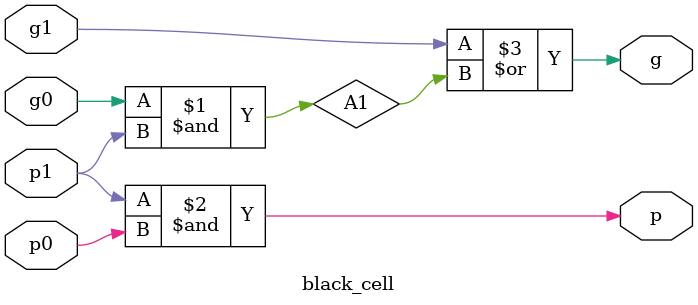
<source format=v>

module black_cell (p1,g1,p0,g0,p,g) ;

input p1,g1,p0,g0 ;

output  p,g ;

assign A1 = g0 & p1 ;
assign p = p1 & p0 ;
assign g = g1 | A1 ;

endmodule

</source>
